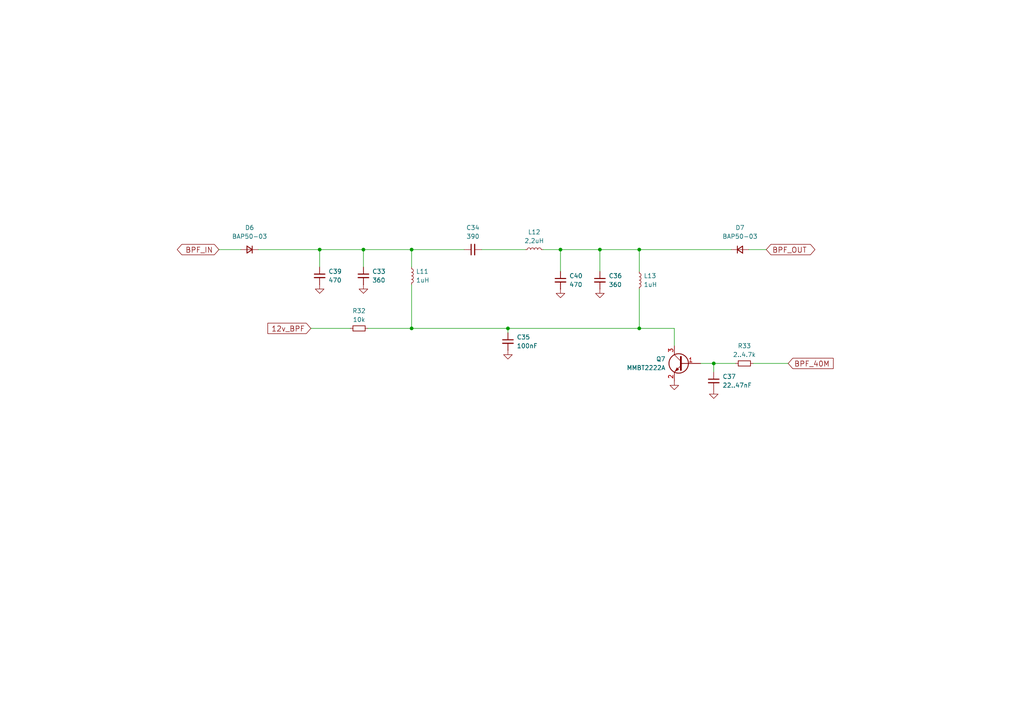
<source format=kicad_sch>
(kicad_sch (version 20231120) (generator "eeschema") (generator_version "8.0")
  (paper "A4")
  (lib_symbols
    (symbol "Device:C_Small" (pin_numbers hide) (pin_names (offset 0.254) hide)
      (property "Reference" "C" (at 0.254 1.778 0))
      (property "Value" "C_Small" (at 0.254 -2.032 0))
      (symbol "C_Small_0_1"
        (polyline (pts (xy -1.524 -0.508) (xy 1.524 -0.508)) (stroke (width 0.3302)))
        (polyline (pts (xy -1.524 0.508) (xy 1.524 0.508)) (stroke (width 0.3048)))
      )
      (symbol "C_Small_1_1"
        (pin passive line (at 0 2.54 270) (length 2.032) (name "~") (number "1"))
        (pin passive line (at 0 -2.54 90) (length 2.032) (name "~") (number "2"))
      )
    )
    (symbol "Device:D_Small" (pin_numbers hide) (pin_names (offset 0.254) hide)
      (property "Reference" "D" (at -1.27 2.032 0))
      (property "Value" "D_Small" (at -3.81 -2.032 0))
      (symbol "D_Small_0_1"
        (polyline (pts (xy -0.762 -1.016) (xy -0.762 1.016)) (stroke (width 0.254)))
        (polyline (pts (xy -0.762 0) (xy 0.762 0)))
        (polyline (pts (xy 0.762 -1.016) (xy -0.762 0) (xy 0.762 1.016) (xy 0.762 -1.016)) (stroke (width 0.254)))
      )
      (symbol "D_Small_1_1"
        (pin passive line (at -2.54 0 0) (length 1.778) (name "K") (number "1"))
        (pin passive line (at 2.54 0 180) (length 1.778) (name "A") (number "2"))
      )
    )
    (symbol "Device:L_Small" (pin_numbers hide) (pin_names (offset 0.254) hide)
      (property "Reference" "L" (at 0.762 1.016 0))
      (property "Value" "L_Small" (at 0.762 -1.016 0))
      (symbol "L_Small_0_1"
        (arc (start 0 -2.032) (mid 0.5058 -1.524) (end 0 -1.016))
        (arc (start 0 -1.016) (mid 0.5058 -0.508) (end 0 0))
        (arc (start 0 0) (mid 0.5058 0.508) (end 0 1.016))
        (arc (start 0 1.016) (mid 0.5058 1.524) (end 0 2.032))
      )
      (symbol "L_Small_1_1"
        (pin passive line (at 0 2.54 270) (length 0.508) (name "~") (number "1"))
        (pin passive line (at 0 -2.54 90) (length 0.508) (name "~") (number "2"))
      )
    )
    (symbol "Device:R_Small" (pin_numbers hide) (pin_names (offset 0.254) hide)
      (property "Reference" "R" (at 0.762 0.508 0))
      (property "Value" "R_Small" (at 0.762 -1.016 0))
      (symbol "R_Small_0_1"
        (rectangle (start -0.762 1.778) (end 0.762 -1.778) (stroke (width 0.2032)))
      )
      (symbol "R_Small_1_1"
        (pin passive line (at 0 2.54 270) (length 0.762) (name "~") (number "1"))
        (pin passive line (at 0 -2.54 90) (length 0.762) (name "~") (number "2"))
      )
    )
    (symbol "Transistor_BJT:MMBT2222A" (pin_names (offset 0) hide)
      (property "Reference" "Q" (at 5.08 1.905 0))
      (property "Value" "MMBT2222A" (at 5.08 0 0))
      (symbol "MMBT2222A_0_1"
        (polyline (pts (xy 0.635 0.635) (xy 2.54 2.54)))
        (polyline (pts (xy 0.635 -0.635) (xy 2.54 -2.54) (xy 2.54 -2.54)))
        (polyline (pts (xy 0.635 1.905) (xy 0.635 -1.905) (xy 0.635 -1.905)) (stroke (width 0.508)))
        (polyline (pts (xy 1.27 -1.778) (xy 1.778 -1.27) (xy 2.286 -2.286) (xy 1.27 -1.778) (xy 1.27 -1.778)) (fill (type outline)))
        (circle (center 1.27 0) (radius 2.8194) (stroke (width 0.254)))
      )
      (symbol "MMBT2222A_1_1"
        (pin input line (at -5.08 0 0) (length 5.715) (name "B") (number "1"))
        (pin passive line (at 2.54 -5.08 90) (length 2.54) (name "E") (number "2"))
        (pin passive line (at 2.54 5.08 270) (length 2.54) (name "C") (number "3"))
      )
    )
    (symbol "power:GND" (power) (pin_numbers hide) (pin_names (offset 0) hide)
      (property "Value" "GND" (at 0 -3.81 0))
      (symbol "GND_0_1"
        (polyline (pts (xy 0 0) (xy 0 -1.27) (xy 1.27 -1.27) (xy 0 -2.54) (xy -1.27 -1.27) (xy 0 -1.27)))
      )
      (symbol "GND_1_1"
        (pin power_in line (at 0 0 270) (length 0) (name "~") (number "1"))
      )
    )
  )
  (junction (at 185.42 72.39))
  (junction (at 173.99 72.39))
  (junction (at 119.38 95.25))
  (junction (at 185.42 95.25))
  (junction (at 92.71 72.39))
  (junction (at 162.56 72.39))
  (junction (at 105.41 72.39))
  (junction (at 207.01 105.41))
  (junction (at 119.38 72.39))
  (junction (at 147.32 95.25))
  (wire (pts (xy 207.01 105.41) (xy 207.01 107.95)))
  (wire (pts (xy 185.42 95.25) (xy 185.42 83.82)))
  (wire (pts (xy 173.99 72.39) (xy 173.99 78.74)))
  (wire (pts (xy 147.32 95.25) (xy 185.42 95.25)))
  (wire (pts (xy 90.17 95.25) (xy 101.6 95.25)))
  (wire (pts (xy 147.32 95.25) (xy 147.32 96.52)))
  (wire (pts (xy 195.58 95.25) (xy 195.58 100.33)))
  (wire (pts (xy 92.71 72.39) (xy 105.41 72.39)))
  (wire (pts (xy 105.41 72.39) (xy 105.41 77.47)))
  (wire (pts (xy 92.71 72.39) (xy 92.71 77.47)))
  (wire (pts (xy 106.68 95.25) (xy 119.38 95.25)))
  (wire (pts (xy 207.01 105.41) (xy 213.36 105.41)))
  (wire (pts (xy 119.38 95.25) (xy 119.38 82.55)))
  (wire (pts (xy 162.56 72.39) (xy 173.99 72.39)))
  (wire (pts (xy 218.44 105.41) (xy 228.6 105.41)))
  (wire (pts (xy 119.38 95.25) (xy 147.32 95.25)))
  (wire (pts (xy 185.42 72.39) (xy 212.09 72.39)))
  (wire (pts (xy 173.99 72.39) (xy 185.42 72.39)))
  (wire (pts (xy 74.93 72.39) (xy 92.71 72.39)))
  (wire (pts (xy 185.42 95.25) (xy 195.58 95.25)))
  (wire (pts (xy 157.48 72.39) (xy 162.56 72.39)))
  (wire (pts (xy 139.7 72.39) (xy 152.4 72.39)))
  (wire (pts (xy 63.5 72.39) (xy 69.85 72.39)))
  (wire (pts (xy 185.42 72.39) (xy 185.42 78.74)))
  (wire (pts (xy 162.56 72.39) (xy 162.56 78.74)))
  (wire (pts (xy 119.38 72.39) (xy 119.38 77.47)))
  (wire (pts (xy 134.62 72.39) (xy 119.38 72.39)))
  (wire (pts (xy 203.2 105.41) (xy 207.01 105.41)))
  (wire (pts (xy 119.38 72.39) (xy 105.41 72.39)))
  (wire (pts (xy 217.17 72.39) (xy 222.25 72.39)))
  (global_label "BPF_OUT" (shape bidirectional) (at 222.25 72.39 0) (effects (font (size 1.524 1.524))) (property "Intersheetrefs" "${INTERSHEET_REFS}" (effects (hide yes))))
  (global_label "BPF_IN" (shape bidirectional) (at 63.5 72.39 180) (effects (font (size 1.524 1.524))) (property "Intersheetrefs" "${INTERSHEET_REFS}" (effects (hide yes))))
  (global_label "BPF_40M" (shape input) (at 228.6 105.41 0) (effects (font (size 1.524 1.524))) (property "Intersheetrefs" "${INTERSHEET_REFS}" (effects (hide yes))))
  (global_label "12v_BPF" (shape input) (at 90.17 95.25 180) (effects (font (size 1.524 1.524))) (property "Intersheetrefs" "${INTERSHEET_REFS}" (effects (hide yes))))
  (symbol (lib_id "Device:D_Small") (at 214.63 72.39 0) (unit 1)
    (property "Reference" "D7" (at 214.63 66.04 0))
    (property "Value" "BAP50-03" (at 214.63 68.58 0))
    (property "Footprint" "Diode_SMD:D_SOD-323_HandSoldering" (effects (hide yes)))
    (property "Description" "Diode, small symbol" (effects (hide yes)))
    (property "Sim.Device" "D" (effects (hide yes)))
    (property "Sim.Pins" "1=K 2=A" (effects (hide yes)))
    (property "JLCPCB" "C130411" (effects (hide yes)))
  )
  (symbol (lib_id "Transistor_BJT:MMBT2222A") (at 198.12 105.41 0) (mirror y) (unit 1)
    (property "Reference" "Q7" (at 193.04 104.1399 0) (effects (justify left)))
    (property "Value" "MMBT2222A" (at 193.04 106.6799 0) (effects (justify left)))
    (property "Footprint" "Package_TO_SOT_SMD:SOT-23" (effects (hide yes)))
    (property "Datasheet" "https://assets.nexperia.com/documents/data-sheet/MMBT2222A.pdf" (effects (hide yes)))
    (property "Description" "600mA Ic, 40V Vce, NPN Transistor, SOT-23" (effects (hide yes)))
  )
  (symbol (lib_id "Device:L_Small") (at 185.42 81.28 0) (unit 1)
    (property "Reference" "L13" (at 186.69 80.0099 0) (effects (justify left)))
    (property "Value" "1uH" (at 186.69 82.5499 0) (effects (justify left)))
    (property "Footprint" "SDR_footprints:Resistor_SMD+THTuniversal_0603to2512_RM10_HandSoldering" (effects (hide yes)))
    (property "Description" "Inductor, small symbol" (effects (hide yes)))
  )
  (symbol (lib_id "Device:C_Small") (at 162.56 81.28 0) (unit 1)
    (property "Reference" "C40" (at 165.1 80.0162 0) (effects (justify left)))
    (property "Value" "470" (at 165.1 82.5562 0) (effects (justify left)))
    (property "Footprint" "SDR_footprints:C_1206_0603" (effects (hide yes)))
    (property "Description" "Unpolarized capacitor, small symbol" (effects (hide yes)))
    (property "JLCPCB" "C694496" (effects (hide yes)))
  )
  (symbol (lib_id "Device:C_Small") (at 173.99 81.28 0) (unit 1)
    (property "Reference" "C36" (at 176.53 80.0162 0) (effects (justify left)))
    (property "Value" "360" (at 176.53 82.5562 0) (effects (justify left)))
    (property "Footprint" "SDR_footprints:C_1206_0603" (effects (hide yes)))
    (property "Description" "Unpolarized capacitor, small symbol" (effects (hide yes)))
    (property "JLCPCB" "C694496" (effects (hide yes)))
  )
  (symbol (lib_id "Device:C_Small") (at 207.01 110.49 0) (unit 1)
    (property "Reference" "C37" (at 209.55 109.2262 0) (effects (justify left)))
    (property "Value" "22..47nF" (at 209.55 111.7662 0) (effects (justify left)))
    (property "Footprint" "SDR_footprints:C_1206_0603" (effects (hide yes)))
    (property "Description" "Unpolarized capacitor, small symbol" (effects (hide yes)))
  )
  (symbol (lib_id "Device:C_Small") (at 137.16 72.39 90) (unit 1)
    (property "Reference" "C34" (at 137.1663 66.04 90))
    (property "Value" "390" (at 137.1663 68.58 90))
    (property "Footprint" "Capacitor_SMD:C_0603_1608Metric_Pad1.08x0.95mm_HandSolder" (effects (hide yes)))
    (property "Description" "Unpolarized capacitor, small symbol" (effects (hide yes)))
    (property "JLCPCB" "C599667" (effects (hide yes)))
  )
  (symbol (lib_id "power:GND") (at 147.32 101.6 0) (unit 1)
    (property "Reference" "#PWR057" (effects (hide yes)))
    (property "Value" "GND" (effects (hide yes)))
    (property "Description" "Power symbol creates a global label with name \"GND\" , ground" (effects (hide yes)))
  )
  (symbol (lib_id "power:GND") (at 162.56 83.82 0) (unit 1)
    (property "Reference" "#PWR063" (effects (hide yes)))
    (property "Value" "GND" (effects (hide yes)))
    (property "Description" "Power symbol creates a global label with name \"GND\" , ground" (effects (hide yes)))
  )
  (symbol (lib_id "Device:C_Small") (at 92.71 80.01 0) (unit 1)
    (property "Reference" "C39" (at 95.25 78.7462 0) (effects (justify left)))
    (property "Value" "470" (at 95.25 81.2862 0) (effects (justify left)))
    (property "Footprint" "Capacitor_SMD:C_0603_1608Metric_Pad1.08x0.95mm_HandSolder" (effects (hide yes)))
    (property "Description" "Unpolarized capacitor, small symbol" (effects (hide yes)))
    (property "JLCPCB" "C694496" (effects (hide yes)))
  )
  (symbol (lib_id "Device:R_Small") (at 104.14 95.25 90) (unit 1)
    (property "Reference" "R32" (at 104.14 90.17 90))
    (property "Value" "10k" (at 104.14 92.71 90))
    (property "Footprint" "Resistor_SMD:R_0603_1608Metric_Pad0.98x0.95mm_HandSolder" (effects (hide yes)))
    (property "Description" "Resistor, small symbol" (effects (hide yes)))
    (property "JLCPCB" "C25804" (effects (hide yes)))
  )
  (symbol (lib_id "Device:C_Small") (at 105.41 80.01 0) (unit 1)
    (property "Reference" "C33" (at 107.95 78.7462 0) (effects (justify left)))
    (property "Value" "360" (at 107.95 81.2862 0) (effects (justify left)))
    (property "Footprint" "Capacitor_SMD:C_0603_1608Metric_Pad1.08x0.95mm_HandSolder" (effects (hide yes)))
    (property "Description" "Unpolarized capacitor, small symbol" (effects (hide yes)))
    (property "JLCPCB" "C694496" (effects (hide yes)))
  )
  (symbol (lib_id "power:GND") (at 92.71 82.55 0) (unit 1)
    (property "Reference" "#PWR018" (effects (hide yes)))
    (property "Value" "GND" (effects (hide yes)))
    (property "Description" "Power symbol creates a global label with name \"GND\" , ground" (effects (hide yes)))
  )
  (symbol (lib_id "Device:C_Small") (at 147.32 99.06 0) (unit 1)
    (property "Reference" "C35" (at 149.86 97.7962 0) (effects (justify left)))
    (property "Value" "100nF" (at 149.86 100.3362 0) (effects (justify left)))
    (property "Footprint" "SDR_footprints:C_1206_0603" (effects (hide yes)))
    (property "Description" "Unpolarized capacitor, small symbol" (effects (hide yes)))
  )
  (symbol (lib_id "power:GND") (at 207.01 113.03 0) (unit 1)
    (property "Reference" "#PWR060" (effects (hide yes)))
    (property "Value" "GND" (effects (hide yes)))
    (property "Description" "Power symbol creates a global label with name \"GND\" , ground" (effects (hide yes)))
  )
  (symbol (lib_id "power:GND") (at 173.99 83.82 0) (unit 1)
    (property "Reference" "#PWR058" (effects (hide yes)))
    (property "Value" "GND" (effects (hide yes)))
    (property "Description" "Power symbol creates a global label with name \"GND\" , ground" (effects (hide yes)))
  )
  (symbol (lib_id "Device:L_Small") (at 119.38 80.01 0) (unit 1)
    (property "Reference" "L11" (at 120.65 78.7399 0) (effects (justify left)))
    (property "Value" "1uH" (at 120.65 81.2799 0) (effects (justify left)))
    (property "Footprint" "SDR_footprints:Resistor_SMD+THTuniversal_0603to2512_RM10_HandSoldering" (effects (hide yes)))
    (property "Description" "Inductor, small symbol" (effects (hide yes)))
  )
  (symbol (lib_id "Device:L_Small") (at 154.94 72.39 90) (unit 1)
    (property "Reference" "L12" (at 154.94 67.31 90))
    (property "Value" "2,2uH" (at 154.94 69.85 90))
    (property "Footprint" "SDR_footprints:Resistor_SMD+THTuniversal_0603to2512_RM10_HandSoldering" (effects (hide yes)))
    (property "Description" "Inductor, small symbol" (effects (hide yes)))
  )
  (symbol (lib_id "power:GND") (at 105.41 82.55 0) (unit 1)
    (property "Reference" "#PWR056" (effects (hide yes)))
    (property "Value" "GND" (effects (hide yes)))
    (property "Description" "Power symbol creates a global label with name \"GND\" , ground" (effects (hide yes)))
  )
  (symbol (lib_id "power:GND") (at 195.58 110.49 0) (unit 1)
    (property "Reference" "#PWR059" (effects (hide yes)))
    (property "Value" "GND" (effects (hide yes)))
    (property "Description" "Power symbol creates a global label with name \"GND\" , ground" (effects (hide yes)))
  )
  (symbol (lib_id "Device:D_Small") (at 72.39 72.39 180) (unit 1)
    (property "Reference" "D6" (at 72.39 66.04 0))
    (property "Value" "BAP50-03" (at 72.39 68.58 0))
    (property "Footprint" "Diode_SMD:D_SOD-323_HandSoldering" (effects (hide yes)))
    (property "Description" "Diode, small symbol" (effects (hide yes)))
    (property "Sim.Device" "D" (effects (hide yes)))
    (property "Sim.Pins" "1=K 2=A" (effects (hide yes)))
    (property "JLCPCB" "C130411" (effects (hide yes)))
  )
  (symbol (lib_id "Device:R_Small") (at 215.9 105.41 90) (unit 1)
    (property "Reference" "R33" (at 215.9 100.33 90))
    (property "Value" "2..4.7k" (at 215.9 102.87 90))
    (property "Footprint" "SDR_footprints:R_1206_0603" (effects (hide yes)))
    (property "Description" "Resistor, small symbol" (effects (hide yes)))
  )
)
</source>
